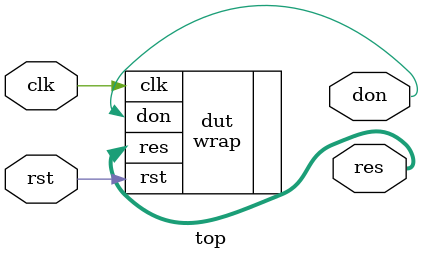
<source format=sv>
module top (
  input  logic        clk,
  input  logic        rst,
  output logic [31:0] res,
  output logic        don
);

  wrap dut (
    .clk (clk),
    .rst (rst),
    .res (res),
    .don (don)
  );

endmodule

</source>
